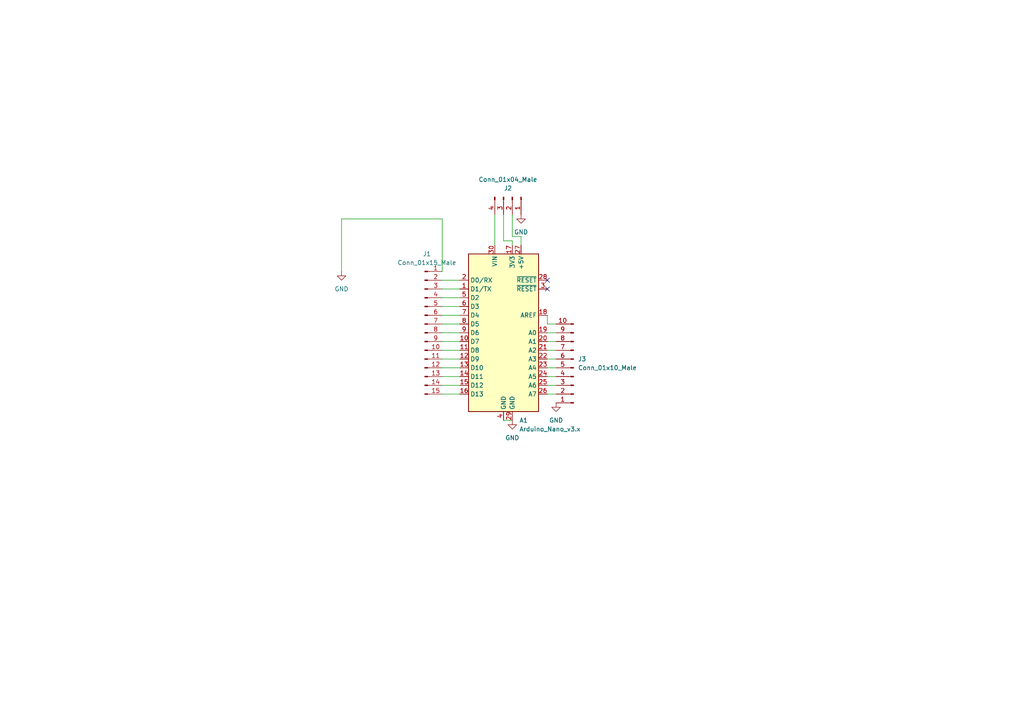
<source format=kicad_sch>
(kicad_sch (version 20211123) (generator eeschema)
  (paper "A4")
  (title_block (title "ArduinoNanoBoard") (date "2022-01-13") (rev "RedSkull") (company "RedSkullCoder"))
  (lib_symbols
    (symbol "Connector:Conn_01x04_Male" (pin_names (offset 1.016) hide)
      (property "Reference" "J" (at 0 5.08 0))
      (property "Value" "Conn_01x04_Male" (at 0 -7.62 0))
      (symbol "Conn_01x04_Male_1_1"
        (polyline (pts (xy 1.27 -5.08) (xy 0.8636 -5.08)) (stroke (width 0.1524)))
        (polyline (pts (xy 1.27 -2.54) (xy 0.8636 -2.54)) (stroke (width 0.1524)))
        (polyline (pts (xy 1.27 0) (xy 0.8636 0)) (stroke (width 0.1524)))
        (polyline (pts (xy 1.27 2.54) (xy 0.8636 2.54)) (stroke (width 0.1524)))
        (rectangle (start 0.8636 -4.953) (end 0 -5.207) (stroke (width 0.1524)) (fill (type outline)))
        (rectangle (start 0.8636 -2.413) (end 0 -2.667) (stroke (width 0.1524)) (fill (type outline)))
        (rectangle (start 0.8636 0.127) (end 0 -0.127) (stroke (width 0.1524)) (fill (type outline)))
        (rectangle (start 0.8636 2.667) (end 0 2.413) (stroke (width 0.1524)) (fill (type outline)))
        (pin passive line (at 5.08 2.54 180) (length 3.81) (name "Pin_1") (number "1"))
        (pin passive line (at 5.08 0 180) (length 3.81) (name "Pin_2") (number "2"))
        (pin passive line (at 5.08 -2.54 180) (length 3.81) (name "Pin_3") (number "3"))
        (pin passive line (at 5.08 -5.08 180) (length 3.81) (name "Pin_4") (number "4"))
      )
    )
    (symbol "Connector:Conn_01x10_Male" (pin_names (offset 1.016) hide)
      (property "Reference" "J" (at 0 12.7 0))
      (property "Value" "Conn_01x10_Male" (at 0 -15.24 0))
      (symbol "Conn_01x10_Male_1_1"
        (polyline (pts (xy 1.27 -12.7) (xy 0.8636 -12.7)) (stroke (width 0.1524)))
        (polyline (pts (xy 1.27 -10.16) (xy 0.8636 -10.16)) (stroke (width 0.1524)))
        (polyline (pts (xy 1.27 -7.62) (xy 0.8636 -7.62)) (stroke (width 0.1524)))
        (polyline (pts (xy 1.27 -5.08) (xy 0.8636 -5.08)) (stroke (width 0.1524)))
        (polyline (pts (xy 1.27 -2.54) (xy 0.8636 -2.54)) (stroke (width 0.1524)))
        (polyline (pts (xy 1.27 0) (xy 0.8636 0)) (stroke (width 0.1524)))
        (polyline (pts (xy 1.27 2.54) (xy 0.8636 2.54)) (stroke (width 0.1524)))
        (polyline (pts (xy 1.27 5.08) (xy 0.8636 5.08)) (stroke (width 0.1524)))
        (polyline (pts (xy 1.27 7.62) (xy 0.8636 7.62)) (stroke (width 0.1524)))
        (polyline (pts (xy 1.27 10.16) (xy 0.8636 10.16)) (stroke (width 0.1524)))
        (rectangle (start 0.8636 -12.573) (end 0 -12.827) (stroke (width 0.1524)) (fill (type outline)))
        (rectangle (start 0.8636 -10.033) (end 0 -10.287) (stroke (width 0.1524)) (fill (type outline)))
        (rectangle (start 0.8636 -7.493) (end 0 -7.747) (stroke (width 0.1524)) (fill (type outline)))
        (rectangle (start 0.8636 -4.953) (end 0 -5.207) (stroke (width 0.1524)) (fill (type outline)))
        (rectangle (start 0.8636 -2.413) (end 0 -2.667) (stroke (width 0.1524)) (fill (type outline)))
        (rectangle (start 0.8636 0.127) (end 0 -0.127) (stroke (width 0.1524)) (fill (type outline)))
        (rectangle (start 0.8636 2.667) (end 0 2.413) (stroke (width 0.1524)) (fill (type outline)))
        (rectangle (start 0.8636 5.207) (end 0 4.953) (stroke (width 0.1524)) (fill (type outline)))
        (rectangle (start 0.8636 7.747) (end 0 7.493) (stroke (width 0.1524)) (fill (type outline)))
        (rectangle (start 0.8636 10.287) (end 0 10.033) (stroke (width 0.1524)) (fill (type outline)))
        (pin passive line (at 5.08 10.16 180) (length 3.81) (name "Pin_1") (number "1"))
        (pin passive line (at 5.08 -12.7 180) (length 3.81) (name "Pin_10") (number "10"))
        (pin passive line (at 5.08 7.62 180) (length 3.81) (name "Pin_2") (number "2"))
        (pin passive line (at 5.08 5.08 180) (length 3.81) (name "Pin_3") (number "3"))
        (pin passive line (at 5.08 2.54 180) (length 3.81) (name "Pin_4") (number "4"))
        (pin passive line (at 5.08 0 180) (length 3.81) (name "Pin_5") (number "5"))
        (pin passive line (at 5.08 -2.54 180) (length 3.81) (name "Pin_6") (number "6"))
        (pin passive line (at 5.08 -5.08 180) (length 3.81) (name "Pin_7") (number "7"))
        (pin passive line (at 5.08 -7.62 180) (length 3.81) (name "Pin_8") (number "8"))
        (pin passive line (at 5.08 -10.16 180) (length 3.81) (name "Pin_9") (number "9"))
      )
    )
    (symbol "Connector:Conn_01x15_Male" (pin_names (offset 1.016) hide)
      (property "Reference" "J" (at 0 20.32 0))
      (property "Value" "Conn_01x15_Male" (at 0 -20.32 0))
      (symbol "Conn_01x15_Male_1_1"
        (polyline (pts (xy 1.27 -17.78) (xy 0.8636 -17.78)) (stroke (width 0.1524)))
        (polyline (pts (xy 1.27 -15.24) (xy 0.8636 -15.24)) (stroke (width 0.1524)))
        (polyline (pts (xy 1.27 -12.7) (xy 0.8636 -12.7)) (stroke (width 0.1524)))
        (polyline (pts (xy 1.27 -10.16) (xy 0.8636 -10.16)) (stroke (width 0.1524)))
        (polyline (pts (xy 1.27 -7.62) (xy 0.8636 -7.62)) (stroke (width 0.1524)))
        (polyline (pts (xy 1.27 -5.08) (xy 0.8636 -5.08)) (stroke (width 0.1524)))
        (polyline (pts (xy 1.27 -2.54) (xy 0.8636 -2.54)) (stroke (width 0.1524)))
        (polyline (pts (xy 1.27 0) (xy 0.8636 0)) (stroke (width 0.1524)))
        (polyline (pts (xy 1.27 2.54) (xy 0.8636 2.54)) (stroke (width 0.1524)))
        (polyline (pts (xy 1.27 5.08) (xy 0.8636 5.08)) (stroke (width 0.1524)))
        (polyline (pts (xy 1.27 7.62) (xy 0.8636 7.62)) (stroke (width 0.1524)))
        (polyline (pts (xy 1.27 10.16) (xy 0.8636 10.16)) (stroke (width 0.1524)))
        (polyline (pts (xy 1.27 12.7) (xy 0.8636 12.7)) (stroke (width 0.1524)))
        (polyline (pts (xy 1.27 15.24) (xy 0.8636 15.24)) (stroke (width 0.1524)))
        (polyline (pts (xy 1.27 17.78) (xy 0.8636 17.78)) (stroke (width 0.1524)))
        (rectangle (start 0.8636 -17.653) (end 0 -17.907) (stroke (width 0.1524)) (fill (type outline)))
        (rectangle (start 0.8636 -15.113) (end 0 -15.367) (stroke (width 0.1524)) (fill (type outline)))
        (rectangle (start 0.8636 -12.573) (end 0 -12.827) (stroke (width 0.1524)) (fill (type outline)))
        (rectangle (start 0.8636 -10.033) (end 0 -10.287) (stroke (width 0.1524)) (fill (type outline)))
        (rectangle (start 0.8636 -7.493) (end 0 -7.747) (stroke (width 0.1524)) (fill (type outline)))
        (rectangle (start 0.8636 -4.953) (end 0 -5.207) (stroke (width 0.1524)) (fill (type outline)))
        (rectangle (start 0.8636 -2.413) (end 0 -2.667) (stroke (width 0.1524)) (fill (type outline)))
        (rectangle (start 0.8636 0.127) (end 0 -0.127) (stroke (width 0.1524)) (fill (type outline)))
        (rectangle (start 0.8636 2.667) (end 0 2.413) (stroke (width 0.1524)) (fill (type outline)))
        (rectangle (start 0.8636 5.207) (end 0 4.953) (stroke (width 0.1524)) (fill (type outline)))
        (rectangle (start 0.8636 7.747) (end 0 7.493) (stroke (width 0.1524)) (fill (type outline)))
        (rectangle (start 0.8636 10.287) (end 0 10.033) (stroke (width 0.1524)) (fill (type outline)))
        (rectangle (start 0.8636 12.827) (end 0 12.573) (stroke (width 0.1524)) (fill (type outline)))
        (rectangle (start 0.8636 15.367) (end 0 15.113) (stroke (width 0.1524)) (fill (type outline)))
        (rectangle (start 0.8636 17.907) (end 0 17.653) (stroke (width 0.1524)) (fill (type outline)))
        (pin passive line (at 5.08 17.78 180) (length 3.81) (name "Pin_1") (number "1"))
        (pin passive line (at 5.08 -5.08 180) (length 3.81) (name "Pin_10") (number "10"))
        (pin passive line (at 5.08 -7.62 180) (length 3.81) (name "Pin_11") (number "11"))
        (pin passive line (at 5.08 -10.16 180) (length 3.81) (name "Pin_12") (number "12"))
        (pin passive line (at 5.08 -12.7 180) (length 3.81) (name "Pin_13") (number "13"))
        (pin passive line (at 5.08 -15.24 180) (length 3.81) (name "Pin_14") (number "14"))
        (pin passive line (at 5.08 -17.78 180) (length 3.81) (name "Pin_15") (number "15"))
        (pin passive line (at 5.08 15.24 180) (length 3.81) (name "Pin_2") (number "2"))
        (pin passive line (at 5.08 12.7 180) (length 3.81) (name "Pin_3") (number "3"))
        (pin passive line (at 5.08 10.16 180) (length 3.81) (name "Pin_4") (number "4"))
        (pin passive line (at 5.08 7.62 180) (length 3.81) (name "Pin_5") (number "5"))
        (pin passive line (at 5.08 5.08 180) (length 3.81) (name "Pin_6") (number "6"))
        (pin passive line (at 5.08 2.54 180) (length 3.81) (name "Pin_7") (number "7"))
        (pin passive line (at 5.08 0 180) (length 3.81) (name "Pin_8") (number "8"))
        (pin passive line (at 5.08 -2.54 180) (length 3.81) (name "Pin_9") (number "9"))
      )
    )
    (symbol "MCU_Module:Arduino_Nano_v3.x"
      (property "Reference" "A" (at -10.16 23.495 0))
      (property "Value" "Arduino_Nano_v3.x" (at 5.08 -24.13 0))
      (symbol "Arduino_Nano_v3.x_0_1"
        (rectangle (start -10.16 22.86) (end 10.16 -22.86) (stroke (width 0.254)) (fill (type background)))
      )
      (symbol "Arduino_Nano_v3.x_1_1"
        (pin bidirectional line (at -12.7 12.7 0) (length 2.54) (name "D1/TX") (number "1"))
        (pin bidirectional line (at -12.7 -2.54 0) (length 2.54) (name "D7") (number "10"))
        (pin bidirectional line (at -12.7 -5.08 0) (length 2.54) (name "D8") (number "11"))
        (pin bidirectional line (at -12.7 -7.62 0) (length 2.54) (name "D9") (number "12"))
        (pin bidirectional line (at -12.7 -10.16 0) (length 2.54) (name "D10") (number "13"))
        (pin bidirectional line (at -12.7 -12.7 0) (length 2.54) (name "D11") (number "14"))
        (pin bidirectional line (at -12.7 -15.24 0) (length 2.54) (name "D12") (number "15"))
        (pin bidirectional line (at -12.7 -17.78 0) (length 2.54) (name "D13") (number "16"))
        (pin power_out line (at 2.54 25.4 270) (length 2.54) (name "3V3") (number "17"))
        (pin input line (at 12.7 5.08 180) (length 2.54) (name "AREF") (number "18"))
        (pin bidirectional line (at 12.7 0 180) (length 2.54) (name "A0") (number "19"))
        (pin bidirectional line (at -12.7 15.24 0) (length 2.54) (name "D0/RX") (number "2"))
        (pin bidirectional line (at 12.7 -2.54 180) (length 2.54) (name "A1") (number "20"))
        (pin bidirectional line (at 12.7 -5.08 180) (length 2.54) (name "A2") (number "21"))
        (pin bidirectional line (at 12.7 -7.62 180) (length 2.54) (name "A3") (number "22"))
        (pin bidirectional line (at 12.7 -10.16 180) (length 2.54) (name "A4") (number "23"))
        (pin bidirectional line (at 12.7 -12.7 180) (length 2.54) (name "A5") (number "24"))
        (pin bidirectional line (at 12.7 -15.24 180) (length 2.54) (name "A6") (number "25"))
        (pin bidirectional line (at 12.7 -17.78 180) (length 2.54) (name "A7") (number "26"))
        (pin power_out line (at 5.08 25.4 270) (length 2.54) (name "+5V") (number "27"))
        (pin input line (at 12.7 15.24 180) (length 2.54) (name "~{RESET}") (number "28"))
        (pin power_in line (at 2.54 -25.4 90) (length 2.54) (name "GND") (number "29"))
        (pin input line (at 12.7 12.7 180) (length 2.54) (name "~{RESET}") (number "3"))
        (pin power_in line (at -2.54 25.4 270) (length 2.54) (name "VIN") (number "30"))
        (pin power_in line (at 0 -25.4 90) (length 2.54) (name "GND") (number "4"))
        (pin bidirectional line (at -12.7 10.16 0) (length 2.54) (name "D2") (number "5"))
        (pin bidirectional line (at -12.7 7.62 0) (length 2.54) (name "D3") (number "6"))
        (pin bidirectional line (at -12.7 5.08 0) (length 2.54) (name "D4") (number "7"))
        (pin bidirectional line (at -12.7 2.54 0) (length 2.54) (name "D5") (number "8"))
        (pin bidirectional line (at -12.7 0 0) (length 2.54) (name "D6") (number "9"))
      )
    )
    (symbol "power:GND" (power) (pin_names (offset 0))
      (property "Value" "GND" (at 0 -3.81 0))
      (symbol "GND_0_1"
        (polyline (pts (xy 0 0) (xy 0 -1.27) (xy 1.27 -1.27) (xy 0 -2.54) (xy -1.27 -1.27) (xy 0 -1.27)))
      )
      (symbol "GND_1_1"
        (pin power_in line (at 0 0 270) (length 0) hide (name "GND") (number "1"))
      )
    )
  )
  (no_connect (at 158.75 81.28))
  (no_connect (at 158.75 83.82))
  (wire (pts (xy 128.27 96.52) (xy 133.35 96.52)))
  (wire (pts (xy 128.27 104.14) (xy 133.35 104.14)))
  (wire (pts (xy 148.59 69.85) (xy 146.05 69.85)))
  (wire (pts (xy 128.27 109.22) (xy 133.35 109.22)))
  (wire (pts (xy 161.29 96.52) (xy 158.75 96.52)))
  (wire (pts (xy 128.27 111.76) (xy 133.35 111.76)))
  (wire (pts (xy 128.27 78.74) (xy 128.27 63.5)))
  (wire (pts (xy 161.29 114.3) (xy 158.75 114.3)))
  (wire (pts (xy 128.27 93.98) (xy 133.35 93.98)))
  (wire (pts (xy 143.51 62.23) (xy 143.51 71.12)))
  (wire (pts (xy 99.06 63.5) (xy 99.06 78.74)))
  (wire (pts (xy 158.75 91.44) (xy 158.75 93.98)))
  (wire (pts (xy 161.29 109.22) (xy 158.75 109.22)))
  (wire (pts (xy 161.29 93.98) (xy 158.75 93.98)))
  (wire (pts (xy 151.13 71.12) (xy 151.13 68.58)))
  (wire (pts (xy 161.29 99.06) (xy 158.75 99.06)))
  (wire (pts (xy 128.27 106.68) (xy 133.35 106.68)))
  (wire (pts (xy 161.29 106.68) (xy 158.75 106.68)))
  (wire (pts (xy 146.05 121.92) (xy 148.59 121.92)))
  (wire (pts (xy 128.27 63.5) (xy 99.06 63.5)))
  (wire (pts (xy 148.59 71.12) (xy 148.59 69.85)))
  (wire (pts (xy 128.27 101.6) (xy 133.35 101.6)))
  (wire (pts (xy 151.13 68.58) (xy 148.59 68.58)))
  (wire (pts (xy 128.27 114.3) (xy 133.35 114.3)))
  (wire (pts (xy 128.27 99.06) (xy 133.35 99.06)))
  (wire (pts (xy 128.27 81.28) (xy 133.35 81.28)))
  (wire (pts (xy 128.27 88.9) (xy 133.35 88.9)))
  (wire (pts (xy 148.59 68.58) (xy 148.59 62.23)))
  (wire (pts (xy 128.27 83.82) (xy 133.35 83.82)))
  (wire (pts (xy 161.29 101.6) (xy 158.75 101.6)))
  (wire (pts (xy 146.05 62.23) (xy 146.05 69.85)))
  (wire (pts (xy 161.29 104.14) (xy 158.75 104.14)))
  (wire (pts (xy 128.27 91.44) (xy 133.35 91.44)))
  (wire (pts (xy 161.29 111.76) (xy 158.75 111.76)))
  (wire (pts (xy 128.27 86.36) (xy 133.35 86.36)))
  (symbol (lib_id "power:GND") (at 151.13 62.23 0) (unit 1)
    (property "Reference" "#PWR0102" (effects hide))
    (property "Value" "GND" (at 151.13 67.31 0))
  )
  (symbol (lib_id "power:GND") (at 161.29 116.84 0) (unit 1)
    (property "Reference" "#PWR0104" (effects hide))
    (property "Value" "GND" (at 161.29 121.92 0))
  )
  (symbol (lib_id "power:GND") (at 148.59 121.92 0) (unit 1)
    (property "Reference" "#PWR0103" (effects hide))
    (property "Value" "GND" (at 148.59 127 0))
  )
  (symbol (lib_id "Connector:Conn_01x15_Male") (at 123.19 96.52 0) (unit 1)
    (property "Reference" "J1" (at 123.825 73.66 0))
    (property "Value" "Conn_01x15_Male" (at 123.825 76.2 0))
    (property "Footprint" "Connector_PinHeader_2.54mm:PinHeader_1x15_P2.54mm_Vertical" (effects hide))
  )
  (symbol (lib_id "Connector:Conn_01x10_Male") (at 166.37 106.68 180) (unit 1)
    (property "Reference" "J3" (at 167.64 104.1399 0) (effects (justify right)))
    (property "Value" "Conn_01x10_Male" (at 167.64 106.6799 0) (effects (justify right)))
    (property "Footprint" "Connector_PinHeader_2.54mm:PinHeader_1x10_P2.54mm_Vertical" (effects hide))
  )
  (symbol (lib_id "power:GND") (at 99.06 78.74 0) (unit 1)
    (property "Reference" "#PWR0101" (effects hide))
    (property "Value" "GND" (at 99.06 83.82 0))
  )
  (symbol (lib_id "Connector:Conn_01x04_Male") (at 148.59 57.15 270) (unit 1)
    (property "Reference" "J2" (at 147.32 54.61 90))
    (property "Value" "Conn_01x04_Male" (at 147.32 52.07 90))
    (property "Footprint" "Connector_PinHeader_2.54mm:PinHeader_1x04_P2.54mm_Vertical" (effects hide))
  )
  (symbol (lib_id "MCU_Module:Arduino_Nano_v3.x") (at 146.05 96.52 0) (unit 1)
    (property "Reference" "A1" (at 150.6094 121.92 0) (effects (justify left)))
    (property "Value" "Arduino_Nano_v3.x" (at 150.6094 124.46 0) (effects (justify left)))
    (property "Footprint" "Module:Arduino_Nano" (effects hide))
    (property "Datasheet" "http://www.mouser.com/pdfdocs/Gravitech_Arduino_Nano3_0.pdf" (effects hide))
  )
)
</source>
